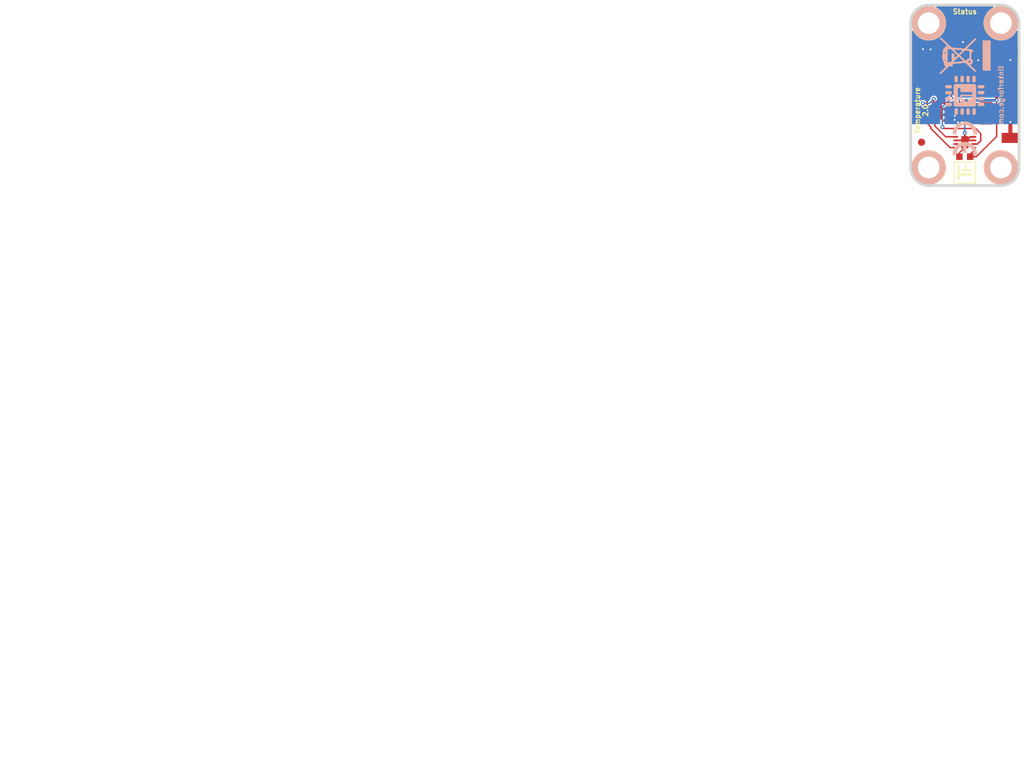
<source format=kicad_pcb>
(kicad_pcb (version 20221018) (generator pcbnew)
  (title_block (title "Temperature Bricklet 2.0") (date "2018-02-15") (rev "1.0") (company "Tinkerforge GmbH") (comment 1 "Licensed under CERN OHL v.1.1") (comment 2 "Copyright (©) 2018, L.Lauer <lukas@tinkerforge.com>"))
  (layers (0 "F.Cu" signal "Vorderseite") (31 "B.Cu" signal "Rückseite") (34 "B.Paste" user) (35 "F.Paste" user) (36 "B.SilkS" user "B.Silkscreen") (37 "F.SilkS" user "F.Silkscreen") (38 "B.Mask" user) (39 "F.Mask" user) (44 "Edge.Cuts" user))
  (net 0 "")
  (net 1 "GND")
  (net 2 "SCL")
  (net 3 "SDA")
  (net 4 "VCC")
  (net 5 "Net-(P1-Pad6)")
  (net 6 "Net-(C3-Pad1)")
  (net 7 "Net-(D1-Pad2)")
  (net 8 "Net-(P1-Pad4)")
  (net 9 "Net-(P1-Pad5)")
  (net 10 "Net-(P2-Pad1)")
  (net 11 "Net-(P3-Pad2)")
  (net 12 "Net-(R1-Pad1)")
  (net 13 "S-MISO")
  (net 14 "S-MOSI")
  (net 15 "S-CLK")
  (net 16 "S-CS")
  (net 17 "RESET")
  (net 18 "Net-(P1-Pad1)")
  (net 19 "Net-(RP2-Pad6)")
  (net 20 "Net-(RP2-Pad7)")
  (net 21 "Net-(U1-Pad2)")
  (net 22 "Net-(U1-Pad3)")
  (net 23 "Net-(U1-Pad5)")
  (net 24 "Net-(U1-Pad6)")
  (net 25 "Net-(U1-Pad8)")
  (net 26 "Net-(U1-Pad11)")
  (net 27 "Net-(U1-Pad12)")
  (net 28 "Net-(U1-Pad13)")
  (net 29 "Net-(U1-Pad14)")
  (net 30 "Net-(U1-Pad16)")
  (net 31 "Net-(U1-Pad18)")
  (net 32 "Net-(U1-Pad21)")
  (net 33 "Net-(U2-Pad3)")
  (footprint "kicad-libraries:DRILL_NP" (layer "F.Cu") (at 142.825 93.125 90)
    (fp_text reference "U6" hide)
    (fp_text value "DRILL" hide)
    (pad "" np_thru_hole circle (at 0 0 90) (size 2.99974 2.99974) (drill 2.99974) (layers "*.Cu" "*.Mask" "F.SilkS") (clearance 0.89916))
  )
  (footprint "kicad-libraries:DRILL_NP" (layer "F.Cu") (at 142.825 113.125)
    (fp_text reference "U5" hide)
    (fp_text value "DRILL" hide)
    (pad "" np_thru_hole circle (at 0 0) (size 2.99974 2.99974) (drill 2.99974) (layers "*.Cu" "*.Mask" "F.SilkS") (clearance 0.89916))
  )
  (footprint "kicad-libraries:DRILL_NP" (layer "F.Cu") (at 152.825 113.125 90)
    (fp_text reference "U4" hide)
    (fp_text value "DRILL" hide)
    (pad "" np_thru_hole circle (at 0 0 90) (size 2.99974 2.99974) (drill 2.99974) (layers "*.Cu" "*.Mask" "F.SilkS") (clearance 0.89916))
  )
  (footprint "kicad-libraries:DRILL_NP" (layer "F.Cu") (at 152.825 93.125)
    (fp_text reference "U3" hide)
    (fp_text value "DRILL" hide)
    (pad "" np_thru_hole circle (at 0 0) (size 2.99974 2.99974) (drill 2.99974) (layers "*.Cu" "*.Mask" "F.SilkS") (clearance 0.89916))
  )
  (footprint "kicad-libraries:Logo_31x31" (layer "F.Cu") (at 146.225 115.425 90)
    (fp_text reference "Ref**" hide)
    (fp_text value "Val**" hide)
  )
  (footprint "kicad-libraries:Fiducial_Mark" (layer "F.Cu") (at 153.825 100.125)
    (fp_text reference "Fiducial_Mark" hide)
    (fp_text value "VAL**" hide)
    (pad "1" smd circle (at 0 0) (size 1.00076 1.00076) (layers "F.Cu" "F.Paste" "F.Mask") (clearance 0.65024))
  )
  (footprint "kicad-libraries:Fiducial_Mark" (layer "F.Cu") (at 141.825 109.625)
    (fp_text reference "Fiducial_Mark" hide)
    (fp_text value "VAL**" hide)
    (pad "1" smd circle (at 0 0) (size 1.00076 1.00076) (layers "F.Cu" "F.Paste" "F.Mask") (clearance 0.65024))
  )
  (footprint "kicad-libraries:C0805" (layer "F.Cu") (at 148.675 105.575 -90)
    (fp_text reference "C4")
    (fp_text value "10uF")
    (pad "1" smd rect (at -1.00076 0 270) (size 1.00076 1.24968) (layers "F.Cu" "F.Paste" "F.Mask") (net 4 "VCC") (clearance 0.14986))
    (pad "2" smd rect (at 1.00076 0 270) (size 1.00076 1.24968) (layers "F.Cu" "F.Paste" "F.Mask") (net 1 "GND") (clearance 0.14986))
  )
  (footprint "kicad-libraries:C0603F" (layer "F.Cu") (at 147.175 105.375 -90)
    (fp_text reference "C5")
    (fp_text value "1uF")
    (pad "1" smd rect (at -0.75 0 270) (size 0.9 0.9) (layers "F.Cu" "F.Paste" "F.Mask") (net 4 "VCC"))
    (pad "2" smd rect (at 0.75 0 270) (size 0.9 0.9) (layers "F.Cu" "F.Paste" "F.Mask") (net 1 "GND"))
  )
  (footprint "kicad-libraries:D0603F" (layer "F.Cu") (at 147.825 92.775)
    (fp_text reference "D1")
    (fp_text value "blue")
    (pad "1" smd rect (at -0.75 0) (size 0.9 0.9) (layers "F.Cu" "F.Paste" "F.Mask") (net 4 "VCC"))
    (pad "2" smd rect (at 0.75 0) (size 0.9 0.9) (layers "F.Cu" "F.Paste" "F.Mask") (net 7 "Net-(D1-Pad2)"))
  )
  (footprint "kicad-libraries:DEBUG_PAD" (layer "F.Cu") (at 141.225 101.625)
    (fp_text reference "P2")
    (fp_text value "DEBUG")
    (pad "1" smd circle (at 0 0) (size 0.7 0.7) (layers "F.Cu" "F.Paste" "F.Mask") (net 10 "Net-(P2-Pad1)"))
  )
  (footprint "kicad-libraries:SolderJumper" (layer "F.Cu") (at 147.575 96.775 -90)
    (fp_text reference "P3")
    (fp_text value "BOOT")
    (pad "1" smd rect (at -0.5 0 270) (size 0.4 1.4) (layers "F.Cu" "F.Mask") (net 1 "GND"))
    (pad "1" smd rect (at -0.225 -0.55 270) (size 0.95 0.3) (layers "F.Cu" "F.Mask") (net 1 "GND"))
    (pad "1" smd rect (at -0.225 0.55 270) (size 0.95 0.3) (layers "F.Cu" "F.Mask") (net 1 "GND"))
    (pad "2" smd rect (at 0.15 0 270) (size 0.6 0.5) (layers "F.Cu" "F.Mask") (net 11 "Net-(P3-Pad2)"))
    (pad "2" smd rect (at 0.55 0 270) (size 0.3 1.4) (layers "F.Cu" "F.Mask") (net 11 "Net-(P3-Pad2)"))
  )
  (footprint "kicad-libraries:R0603F" (layer "F.Cu") (at 146.075 95.525 45)
    (fp_text reference "R1")
    (fp_text value "1k")
    (pad "1" smd rect (at -0.75 0 45) (size 0.9 0.9) (layers "F.Cu" "F.Paste" "F.Mask") (net 12 "Net-(R1-Pad1)"))
    (pad "2" smd rect (at 0.75 0 45) (size 0.9 0.9) (layers "F.Cu" "F.Paste" "F.Mask") (net 7 "Net-(D1-Pad2)"))
  )
  (footprint "kicad-libraries:4X0402" (layer "F.Cu") (at 148.325 101.425 90)
    (fp_text reference "RP1")
    (fp_text value "82")
    (pad "1" smd rect (at -0.7493 0.575 270) (size 0.29972 0.65) (layers "F.Cu" "F.Paste" "F.Mask") (net 8 "Net-(P1-Pad4)"))
    (pad "2" smd rect (at -0.24892 0.575 270) (size 0.29972 0.65) (layers "F.Cu" "F.Paste" "F.Mask") (net 9 "Net-(P1-Pad5)"))
    (pad "3" smd rect (at 0.24892 0.575 270) (size 0.29972 0.65) (layers "F.Cu" "F.Paste" "F.Mask") (net 5 "Net-(P1-Pad6)"))
    (pad "4" smd rect (at 0.7493 0.575 270) (size 0.29972 0.65) (layers "F.Cu" "F.Paste" "F.Mask") (net 6 "Net-(C3-Pad1)"))
    (pad "5" smd rect (at 0.7493 -0.575 90) (size 0.29972 0.65) (layers "F.Cu" "F.Paste" "F.Mask") (net 13 "S-MISO"))
    (pad "6" smd rect (at 0.24892 -0.575 90) (size 0.29972 0.65) (layers "F.Cu" "F.Paste" "F.Mask") (net 14 "S-MOSI"))
    (pad "7" smd rect (at -0.24892 -0.575 90) (size 0.29972 0.65) (layers "F.Cu" "F.Paste" "F.Mask") (net 15 "S-CLK"))
    (pad "8" smd rect (at -0.7493 -0.575 90) (size 0.29972 0.65) (layers "F.Cu" "F.Paste" "F.Mask") (net 16 "S-CS"))
  )
  (footprint "kicad-libraries:QFN24-4x4mm-0.5mm" (layer "F.Cu") (at 144.425 100.225 -135)
    (fp_text reference "U1")
    (fp_text value "XMC1100")
    (pad "1" smd oval (at -2.025 -1.25 225) (size 1 0.3) (layers "F.Cu" "F.Paste" "F.Mask") (net 13 "S-MISO"))
    (pad "2" smd oval (at -2.025 -0.75 225) (size 1 0.3) (layers "F.Cu" "F.Paste" "F.Mask") (net 21 "Net-(U1-Pad2)"))
    (pad "3" smd oval (at -2.025 -0.25 225) (size 1 0.3) (layers "F.Cu" "F.Paste" "F.Mask") (net 22 "Net-(U1-Pad3)"))
    (pad "4" smd oval (at -2.025 0.25 225) (size 1 0.3) (layers "F.Cu" "F.Paste" "F.Mask") (net 11 "Net-(P3-Pad2)"))
    (pad "5" smd oval (at -2.025 0.75 225) (size 1 0.3) (layers "F.Cu" "F.Paste" "F.Mask") (net 23 "Net-(U1-Pad5)"))
    (pad "6" smd oval (at -2.025 1.25 225) (size 1 0.3) (layers "F.Cu" "F.Paste" "F.Mask") (net 24 "Net-(U1-Pad6)"))
    (pad "7" smd oval (at -1.25 2.025 315) (size 1 0.3) (layers "F.Cu" "F.Paste" "F.Mask") (net 12 "Net-(R1-Pad1)"))
    (pad "8" smd oval (at -0.75 2.025 315) (size 1 0.3) (layers "F.Cu" "F.Paste" "F.Mask") (net 25 "Net-(U1-Pad8)"))
    (pad "9" smd oval (at -0.25 2.025 315) (size 1 0.3) (layers "F.Cu" "F.Paste" "F.Mask") (net 1 "GND"))
    (pad "10" smd oval (at 0.25 2.025 315) (size 1 0.3) (layers "F.Cu" "F.Paste" "F.Mask") (net 4 "VCC"))
    (pad "11" smd oval (at 0.75 2.025 315) (size 1 0.3) (layers "F.Cu" "F.Paste" "F.Mask") (net 26 "Net-(U1-Pad11)"))
    (pad "12" smd oval (at 1.25 2.025 315) (size 1 0.3) (layers "F.Cu" "F.Paste" "F.Mask") (net 27 "Net-(U1-Pad12)"))
    (pad "13" smd oval (at 2.025 1.25 225) (size 1 0.3) (layers "F.Cu" "F.Paste" "F.Mask") (net 28 "Net-(U1-Pad13)"))
    (pad "14" smd oval (at 2.025 0.75 225) (size 1 0.3) (layers "F.Cu" "F.Paste" "F.Mask") (net 29 "Net-(U1-Pad14)"))
    (pad "15" smd oval (at 2.025 0.25 225) (size 1 0.3) (layers "F.Cu" "F.Paste" "F.Mask") (net 10 "Net-(P2-Pad1)"))
    (pad "16" smd oval (at 2.025 -0.25 225) (size 1 0.3) (layers "F.Cu" "F.Paste" "F.Mask") (net 30 "Net-(U1-Pad16)"))
    (pad "17" smd oval (at 2.025 -0.75 225) (size 1 0.3) (layers "F.Cu" "F.Paste" "F.Mask") (net 3 "SDA"))
    (pad "18" smd oval (at 2.025 -1.25 225) (size 1 0.3) (layers "F.Cu" "F.Paste" "F.Mask") (net 31 "Net-(U1-Pad18)"))
    (pad "19" smd oval (at 1.25 -2.025 315) (size 1 0.3) (layers "F.Cu" "F.Paste" "F.Mask") (net 2 "SCL"))
    (pad "20" smd oval (at 0.75 -2.025 315) (size 1 0.3) (layers "F.Cu" "F.Paste" "F.Mask") (net 17 "RESET"))
    (pad "21" smd oval (at 0.25 -2.025 315) (size 1 0.3) (layers "F.Cu" "F.Paste" "F.Mask") (net 32 "Net-(U1-Pad21)"))
    (pad "22" smd oval (at -0.25 -2.025 315) (size 1 0.3) (layers "F.Cu" "F.Paste" "F.Mask") (net 16 "S-CS"))
    (pad "23" smd oval (at -0.75 -2.025 315) (size 1 0.3) (layers "F.Cu" "F.Paste" "F.Mask") (net 15 "S-CLK"))
    (pad "24" smd oval (at -1.25 -2.025 315) (size 1 0.3) (layers "F.Cu" "F.Paste" "F.Mask") (net 14 "S-MOSI"))
    (pad "EXP" smd rect (at -0.65 -0.65 225) (size 1.3 1.3) (layers "F.Cu" "F.Paste" "F.Mask") (net 1 "GND"))
    (pad "EXP" smd rect (at -0.65 0.65 225) (size 1.3 1.3) (layers "F.Cu" "F.Paste" "F.Mask") (net 1 "GND"))
    (pad "EXP" smd rect (at 0.65 -0.65 225) (size 1.3 1.3) (layers "F.Cu" "F.Paste" "F.Mask") (net 1 "GND"))
    (pad "EXP" smd rect (at 0.65 0.65 225) (size 1.3 1.3) (layers "F.Cu" "F.Paste" "F.Mask") (net 1 "GND"))
  )
  (footprint "kicad-libraries:C0603F" (layer "F.Cu") (at 142.025 97.825 45)
    (fp_text reference "C1")
    (fp_text value "100nF")
    (pad "1" smd rect (at -0.75 0 45) (size 0.9 0.9) (layers "F.Cu" "F.Paste" "F.Mask") (net 4 "VCC"))
    (pad "2" smd rect (at 0.75 0 45) (size 0.9 0.9) (layers "F.Cu" "F.Paste" "F.Mask") (net 1 "GND"))
  )
  (footprint "kicad-libraries:C0603F" (layer "F.Cu") (at 147.825 111.625)
    (fp_text reference "C2")
    (fp_text value "100nF")
    (pad "1" smd rect (at -0.75 0) (size 0.9 0.9) (layers "F.Cu" "F.Paste" "F.Mask") (net 1 "GND"))
    (pad "2" smd rect (at 0.75 0) (size 0.9 0.9) (layers "F.Cu" "F.Paste" "F.Mask") (net 4 "VCC"))
  )
  (footprint "kicad-libraries:CON-SENSOR2" (layer "F.Cu") (at 155.325 103.125 90)
    (fp_text reference "P1")
    (fp_text value "CON-SENSOR2")
    (pad "1" smd rect (at -3.75 -4.6 90) (size 0.6 1.8) (layers "F.Cu" "F.Paste" "F.Mask") (net 18 "Net-(P1-Pad1)"))
    (pad "2" smd rect (at -2.5 -4.6 90) (size 0.6 1.8) (layers "F.Cu" "F.Paste" "F.Mask") (net 1 "GND"))
    (pad "3" smd rect (at -1.25 -4.6 90) (size 0.6 1.8) (layers "F.Cu" "F.Paste" "F.Mask") (net 4 "VCC"))
    (pad "4" smd rect (at 0 -4.6 90) (size 0.6 1.8) (layers "F.Cu" "F.Paste" "F.Mask") (net 8 "Net-(P1-Pad4)"))
    (pad "5" smd rect (at 1.25 -4.6 90) (size 0.6 1.8) (layers "F.Cu" "F.Paste" "F.Mask") (net 9 "Net-(P1-Pad5)"))
    (pad "6" smd rect (at 2.5 -4.6 90) (size 0.6 1.8) (layers "F.Cu" "F.Paste" "F.Mask") (net 5 "Net-(P1-Pad6)"))
    (pad "7" smd rect (at 3.75 -4.6 90) (size 0.6 1.8) (layers "F.Cu" "F.Paste" "F.Mask") (net 6 "Net-(C3-Pad1)"))
    (pad "EP" smd rect (at -5.9 -1.2 90) (size 1.4 2.4) (layers "F.Cu" "F.Paste" "F.Mask") (net 1 "GND"))
    (pad "EP" smd rect (at 5.9 -1.2 90) (size 1.4 2.4) (layers "F.Cu" "F.Paste" "F.Mask") (net 1 "GND"))
  )
  (footprint "kicad-libraries:4X0603" (layer "F.Cu") (at 144.525 105.425 -90)
    (fp_text reference "RP2")
    (fp_text value "2k2")
    (pad "1" smd rect (at -1.19888 -0.8509 270) (size 0.44958 0.89916) (layers "F.Cu" "F.Paste" "F.Mask") (net 4 "VCC"))
    (pad "2" smd rect (at -0.39878 -0.8509 270) (size 0.44958 0.89916) (layers "F.Cu" "F.Paste" "F.Mask") (net 4 "VCC"))
    (pad "3" smd rect (at 0.39878 -0.8509 270) (size 0.44958 0.89916) (layers "F.Cu" "F.Paste" "F.Mask") (net 4 "VCC"))
    (pad "4" smd rect (at 1.19888 -0.8509 270) (size 0.44958 0.89916) (layers "F.Cu" "F.Paste" "F.Mask") (net 4 "VCC"))
    (pad "5" smd rect (at 1.19888 0.8509 270) (size 0.44958 0.89916) (layers "F.Cu" "F.Paste" "F.Mask") (net 3 "SDA"))
    (pad "6" smd rect (at 0.39878 0.8509 270) (size 0.44958 0.89916) (layers "F.Cu" "F.Paste" "F.Mask") (net 19 "Net-(RP2-Pad6)"))
    (pad "7" smd rect (at -0.39878 0.8509 270) (size 0.44958 0.89916) (layers "F.Cu" "F.Paste" "F.Mask") (net 20 "Net-(RP2-Pad7)"))
    (pad "8" smd rect (at -1.19888 0.8509 270) (size 0.44958 0.89916) (layers "F.Cu" "F.Paste" "F.Mask") (net 2 "SCL"))
  )
  (footprint "kicad-libraries:C0402F" (layer "F.Cu") (at 148.925 98.925 90)
    (fp_text reference "C3")
    (fp_text value "220pF")
    (pad "1" smd rect (at -0.5 0 90) (size 0.6 0.7) (layers "F.Cu" "F.Paste" "F.Mask") (net 6 "Net-(C3-Pad1)"))
    (pad "2" smd rect (at 0.5 0 90) (size 0.6 0.7) (layers "F.Cu" "F.Paste" "F.Mask") (net 1 "GND"))
  )
  (footprint "kicad-libraries:SHT3x-DIS" (layer "F.Cu") (at 147.825 109.625)
    (fp_text reference "U2")
    (fp_text value "STS3x-DIS")
    (pad "1" smd rect (at -1.25 -0.75) (size 0.65 0.25) (layers "F.Cu" "F.Paste" "F.Mask") (net 3 "SDA"))
    (pad "2" smd rect (at -1.25 -0.25) (size 0.65 0.25) (layers "F.Cu" "F.Paste" "F.Mask") (net 1 "GND"))
    (pad "3" smd rect (at -1.25 0.25) (size 0.65 0.25) (layers "F.Cu" "F.Paste" "F.Mask") (net 33 "Net-(U2-Pad3)"))
    (pad "4" smd rect (at -1.25 0.75) (size 0.65 0.25) (layers "F.Cu" "F.Paste" "F.Mask") (net 2 "SCL"))
    (pad "5" smd rect (at 1.25 0.75) (size 0.65 0.25) (layers "F.Cu" "F.Paste" "F.Mask") (net 4 "VCC"))
    (pad "6" smd rect (at 1.25 0.25) (size 0.65 0.25) (layers "F.Cu" "F.Paste" "F.Mask") (net 17 "RESET"))
    (pad "7" smd rect (at 1.25 -0.25) (size 0.65 0.25) (layers "F.Cu" "F.Paste" "F.Mask") (net 1 "GND"))
    (pad "8" smd rect (at 1.25 -0.75) (size 0.65 0.25) (layers "F.Cu" "F.Paste" "F.Mask") (net 1 "GND"))
    (pad "EP" smd rect (at 0 0) (size 1 1.7) (layers "F.Cu" "F.Paste" "F.Mask") (net 1 "GND"))
  )
  (footprint "kicad-libraries:WEEE_7mm" (layer "B.Cu") (at 147.825 97.625 -90)
    (fp_text reference "VAL" hide)
    (fp_text value "WEEE_7mm" hide)
  )
  (footprint "kicad-libraries:CE_5mm" (layer "B.Cu") (at 147.825 109.125 -90)
    (fp_text reference "VAL" hide)
    (fp_text value "CE_5mm" hide)
  )
  (footprint "kicad-libraries:Logo_CoMCU" (layer "B.Cu") (at 147.825 103.125 -90)
    (fp_text reference "G***" hide)
    (fp_text value "LOGO" hide)
  )
  (gr_arc (start 152.825 90.625) (mid 154.592767 91.357233) (end 155.325 93.125) (stroke (width 0.381)) (layer "Edge.Cuts"))
  (gr_arc (start 140.325 93.125) (mid 141.057233 91.357233) (end 142.825 90.625) (stroke (width 0.381)) (layer "Edge.Cuts"))
  (gr_line (start 140.325 113.125) (end 140.325 93.125) (stroke (width 0.381)) (layer "Edge.Cuts"))
  (gr_line (start 152.825 115.625) (end 142.825 115.625) (stroke (width 0.381)) (layer "Edge.Cuts"))
  (gr_line (start 142.825 90.625) (end 152.825 90.625) (stroke (width 0.381)) (layer "Edge.Cuts"))
  (gr_line (start 155.325 93.125) (end 155.325 113.125) (stroke (width 0.381)) (layer "Edge.Cuts"))
  (gr_arc (start 155.325 113.125) (mid 154.592767 114.892767) (end 152.825 115.625) (stroke (width 0.381)) (layer "Edge.Cuts"))
  (gr_arc (start 142.825 115.625) (mid 141.057233 114.892767) (end 140.325 113.125) (stroke (width 0.381)) (layer "Edge.Cuts"))
  (gr_text "tinkerforge.com" (at 152.825 103.125 90) (layer "B.SilkS") (effects (font (size 0.7 0.7) (thickness 0.14986)) (justify mirror)))
  (gr_text "Temperature\n2.0" (at 141.825 105.225 90) (layer "F.SilkS") (effects (font (size 0.7 0.7) (thickness 0.14986))))
  (gr_text "Status" (at 147.825 91.525) (layer "F.SilkS") (effects (font (size 0.7 0.7))))
  (segment (start 143.166332 98.616332) (end 142.875 98.325) (width 0.2) (layer "F.Cu") (net 1))
  (segment (start 142.875 98.325) (end 142.875 97.61434) (width 0.2) (layer "F.Cu") (net 1))
  (segment (start 142.875 97.61434) (end 142.55533 97.29467) (width 0.2) (layer "F.Cu") (net 1))
  (segment (start 142.55533 97.25533) (end 142.025 96.725) (width 0.55) (layer "F.Cu") (net 1))
  (segment (start 149.725 105.625) (end 148.77424 106.57576) (width 0.4) (layer "F.Cu") (net 1))
  (segment (start 148.77424 106.57576) (end 148.675 106.57576) (width 0.4) (layer "F.Cu") (net 1))
  (segment (start 148.22576 106.57576) (end 147.775 106.125) (width 0.4) (layer "F.Cu") (net 1))
  (segment (start 147.775 106.125) (end 147.175 106.125) (width 0.4) (layer "F.Cu") (net 1))
  (segment (start 147.175 106.625) (end 147.425 106.875) (width 0.55) (layer "F.Cu") (net 1))
  (segment (start 146.875 106.875) (end 147.175 106.575) (width 0.55) (layer "F.Cu") (net 1))
  (segment (start 146.825 106.125) (end 146.425 106.525) (width 0.55) (layer "F.Cu") (net 1))
  (segment (start 146.575 106.125) (end 146.425 105.975) (width 0.55) (layer "F.Cu") (net 1))
  (segment (start 146.525 106.525) (end 146.875 106.875) (width 0.55) (layer "F.Cu") (net 1))
  (segment (start 147.025 105.975) (end 147.175 106.125) (width 0.55) (layer "F.Cu") (net 1))
  (segment (start 143.169885 98.619885) (end 143.855761 99.305761) (width 0.2) (layer "F.Cu") (net 1))
  (segment (start 143.855761 99.305761) (end 144.425 99.305761) (width 0.2) (layer "F.Cu") (net 1))
  (segment (start 147.025 96.365) (end 147.125 96.265) (width 0.2) (layer "F.Cu") (net 1))
  (segment (start 147.125 96.265) (end 147.565 96.265) (width 0.2) (layer "F.Cu") (net 1))
  (segment (start 147.565 96.265) (end 147.575 96.275) (width 0.2) (layer "F.Cu") (net 1))
  (segment (start 148.005 96.275) (end 148.125 96.395) (width 0.2) (layer "F.Cu") (net 1))
  (segment (start 148.125 96.395) (end 148.125 96.555) (width 0.2) (layer "F.Cu") (net 1))
  (segment (start 148.125 96.555) (end 148.125 96.55) (width 0.2) (layer "F.Cu") (net 1))
  (segment (start 147.575 109.375) (end 147.825 109.625) (width 0.25) (layer "F.Cu") (net 1))
  (segment (start 148.075 109.375) (end 147.825 109.625) (width 0.25) (layer "F.Cu") (net 1))
  (segment (start 148.575 108.875) (end 147.825 109.625) (width 0.25) (layer "F.Cu") (net 1))
  (segment (start 147.825 110.325) (end 147.075 111.075) (width 0.2) (layer "F.Cu") (net 1))
  (segment (start 147.075 111.075) (end 147.075 111.625) (width 0.2) (layer "F.Cu") (net 1))
  (segment (start 149.075 108.875) (end 148.575 108.875) (width 0.25) (layer "F.Cu") (net 1))
  (segment (start 149.075 109.375) (end 148.075 109.375) (width 0.25) (layer "F.Cu") (net 1))
  (segment (start 146.575 109.375) (end 147.575 109.375) (width 0.25) (layer "F.Cu") (net 1))
  (segment (start 147.575 96.275) (end 147.575 95.745) (width 0.3) (layer "F.Cu") (net 1))
  (segment (start 142.55533 97.29467) (end 143.075 96.775) (width 0.55) (layer "F.Cu") (net 1))
  (segment (start 146.875 106.875) (end 147.425 106.875) (width 0.55) (layer "F.Cu") (net 1))
  (segment (start 154.125 97.225) (end 154.125 98.225) (width 0.55) (layer "F.Cu") (net 1))
  (segment (start 144.425 99.305761) (end 143.505761 100.225) (width 0.55) (layer "F.Cu") (net 1))
  (segment (start 147.175 106.625) (end 147.175 106.125) (width 0.55) (layer "F.Cu") (net 1))
  (segment (start 147.175 106.125) (end 147.175 106.575) (width 0.55) (layer "F.Cu") (net 1))
  (segment (start 154.125 109.025) (end 154.125 106.825) (width 0.55) (layer "F.Cu") (net 1))
  (segment (start 150.725 105.625) (end 149.725 105.625) (width 0.4) (layer "F.Cu") (net 1))
  (segment (start 146.575 106.125) (end 147.175 106.125) (width 0.55) (layer "F.Cu") (net 1))
  (segment (start 144.425 101.144239) (end 143.505761 100.225) (width 0.55) (layer "F.Cu") (net 1))
  (segment (start 146.425 105.975) (end 146.425 106.525) (width 0.55) (layer "F.Cu") (net 1))
  (segment (start 144.425 101.144239) (end 145.344239 100.225) (width 0.55) (layer "F.Cu") (net 1))
  (segment (start 146.425 106.525) (end 146.525 106.525) (width 0.55) (layer "F.Cu") (net 1))
  (segment (start 147.825 109.625) (end 147.825 110.325) (width 0.2) (layer "F.Cu") (net 1))
  (segment (start 147.025 96.55) (end 147.025 96.365) (width 0.2) (layer "F.Cu") (net 1))
  (segment (start 148.675 106.57576) (end 148.22576 106.57576) (width 0.4) (layer "F.Cu") (net 1))
  (segment (start 147.825 109.625) (end 147.825 108.325) (width 0.25) (layer "F.Cu") (net 1))
  (segment (start 142.55533 97.29467) (end 142.55533 97.25533) (width 0.55) (layer "F.Cu") (net 1))
  (segment (start 148.925 98.275) (end 149.675 98.275) (width 0.55) (layer "F.Cu") (net 1))
  (segment (start 143.169885 98.616332) (end 143.169885 98.619885) (width 0.2) (layer "F.Cu") (net 1))
  (segment (start 144.425 99.305761) (end 145.344239 100.225) (width 0.55) (layer "F.Cu") (net 1))
  (segment (start 147.575 96.275) (end 148.005 96.275) (width 0.2) (layer "F.Cu") (net 1))
  (segment (start 143.169885 98.616332) (end 143.166332 98.616332) (width 0.2) (layer "F.Cu") (net 1))
  (segment (start 146.425 105.975) (end 147.025 105.975) (width 0.55) (layer "F.Cu") (net 1))
  (via (at 147.425 106.875) (size 0.55) (drill 0.25) (layers "F.Cu" "B.Cu") (net 1))
  (via (at 149.675 98.275) (size 0.55) (drill 0.25) (layers "F.Cu" "B.Cu") (net 1))
  (via (at 146.425 105.975) (size 0.55) (drill 0.25) (layers "F.Cu" "B.Cu") (net 1))
  (via (at 142.025 96.725) (size 0.55) (drill 0.25) (layers "F.Cu" "B.Cu") (net 1))
  (via (at 143.075 96.775) (size 0.55) (drill 0.25) (layers "F.Cu" "B.Cu") (net 1))
  (via (at 154.125 106.825) (size 0.55) (drill 0.25) (layers "F.Cu" "B.Cu") (net 1))
  (via (at 147.575 95.745) (size 0.55) (drill 0.25) (layers "F.Cu" "B.Cu") (net 1))
  (via (at 147.825 108.325) (size 0.55) (drill 0.25) (layers "F.Cu" "B.Cu") (net 1))
  (via (at 154.125 98.225) (size 0.55) (drill 0.25) (layers "F.Cu" "B.Cu") (net 1))
  (via (at 146.425 106.525) (size 0.55) (drill 0.25) (layers "F.Cu" "B.Cu") (net 1))
  (via (at 146.875 106.875) (size 0.55) (drill 0.25) (layers "F.Cu" "B.Cu") (net 1))
  (segment (start 147.825 107.275) (end 147.425 106.875) (width 0.2) (layer "B.Cu") (net 1))
  (segment (start 147.825 108.325) (end 147.825 107.275) (width 0.2) (layer "B.Cu") (net 1))
  (segment (start 145.425 102.992767) (end 145.425 103.325) (width 0.2) (layer "F.Cu") (net 2))
  (segment (start 145.425 103.325) (end 145.125 103.625) (width 0.2) (layer "F.Cu") (net 2))
  (segment (start 145.125 103.625) (end 144.225 103.625) (width 0.2) (layer "F.Cu") (net 2))
  (segment (start 144.225 103.625) (end 143.6741 104.1759) (width 0.2) (layer "F.Cu") (net 2))
  (segment (start 143.6741 104.1759) (end 143.6741 104.22612) (width 0.2) (layer "F.Cu") (net 2))
  (segment (start 145.775 110.375) (end 143.125 107.725) (width 0.2) (layer "F.Cu") (net 2))
  (segment (start 143.125 107.725) (end 143.125 107.525) (width 0.2) (layer "F.Cu") (net 2))
  (segment (start 143.125 107.525) (end 142.025 106.425) (width 0.2) (layer "F.Cu") (net 2))
  (segment (start 142.025 106.425) (end 142.025 104.225) (width 0.2) (layer "F.Cu") (net 2))
  (segment (start 143.525 103.625) (end 143.525 104.07702) (width 0.2) (layer "F.Cu") (net 2))
  (segment (start 143.525 104.07702) (end 143.6741 104.22612) (width 0.2) (layer "F.Cu") (net 2))
  (segment (start 146.575 110.375) (end 145.775 110.375) (width 0.2) (layer "F.Cu") (net 2))
  (segment (start 144.973008 102.540775) (end 145.425 102.992767) (width 0.2) (layer "F.Cu") (net 2))
  (via (at 142.025 104.225) (size 0.55) (drill 0.25) (layers "F.Cu" "B.Cu") (net 2))
  (via (at 143.525 103.625) (size 0.55) (drill 0.25) (layers "F.Cu" "B.Cu") (net 2))
  (segment (start 142.025 104.225) (end 142.925 104.225) (width 0.2) (layer "B.Cu") (net 2))
  (segment (start 142.925 104.225) (end 143.525 103.625) (width 0.2) (layer "B.Cu") (net 2))
  (segment (start 145.175 108.875) (end 143.6741 107.3741) (width 0.2) (layer "F.Cu") (net 3))
  (segment (start 143.6741 107.3741) (end 143.6741 106.62388) (width 0.2) (layer "F.Cu") (net 3))
  (segment (start 143.02388 106.62388) (end 142.625 106.225) (width 0.2) (layer "F.Cu") (net 3))
  (segment (start 142.625 106.225) (end 142.625 103.08566) (width 0.2) (layer "F.Cu") (net 3))
  (segment (start 142.625 103.08566) (end 143.523439 102.187221) (width 0.2) (layer "F.Cu") (net 3))
  (segment (start 146.575 108.875) (end 145.175 108.875) (width 0.2) (layer "F.Cu") (net 3))
  (segment (start 143.6741 106.62388) (end 143.02388 106.62388) (width 0.2) (layer "F.Cu") (net 3))
  (segment (start 142.816332 98.966332) (end 142.425 98.575) (width 0.2) (layer "F.Cu") (net 4))
  (segment (start 142.425 98.575) (end 141.71434 98.575) (width 0.2) (layer "F.Cu") (net 4))
  (segment (start 141.71434 98.575) (end 141.49467 98.35533) (width 0.2) (layer "F.Cu") (net 4))
  (segment (start 147.075 93.125) (end 144.225 95.975) (width 0.3) (layer "F.Cu") (net 4))
  (segment (start 144.225 95.975) (end 141.525 95.975) (width 0.3) (layer "F.Cu") (net 4))
  (segment (start 141.525 95.975) (end 140.975 96.525) (width 0.3) (layer "F.Cu") (net 4))
  (segment (start 140.975 96.525) (end 140.975 97.83566) (width 0.3) (layer "F.Cu") (net 4))
  (segment (start 140.975 97.83566) (end 141.49467 98.35533) (width 0.3) (layer "F.Cu") (net 4))
  (segment (start 148.87424 104.375) (end 148.675 104.57424) (width 0.4) (layer "F.Cu") (net 4))
  (segment (start 147.22576 104.57424) (end 147.175 104.625) (width 0.4) (layer "F.Cu") (net 4))
  (segment (start 144.82388 106.62388) (end 144.525 106.325) (width 0.2) (layer "F.Cu") (net 4))
  (segment (start 144.525 106.325) (end 144.525 106.125) (width 0.2) (layer "F.Cu") (net 4))
  (segment (start 144.525 104.425) (end 144.72388 104.22612) (width 0.2) (layer "F.Cu") (net 4))
  (segment (start 144.72388 104.22612) (end 145.3759 104.22612) (width 0.2) (layer "F.Cu") (net 4))
  (segment (start 146.22612 104.22612) (end 146.625 104.625) (width 0.2) (layer "F.Cu") (net 4))
  (segment (start 146.625 104.625) (end 147.175 104.625) (width 0.2) (layer "F.Cu") (net 4))
  (segment (start 144.82622 105.02622) (end 144.525 104.725) (width 0.2) (layer "F.Cu") (net 4))
  (segment (start 144.525 104.725) (end 144.525 104.425) (width 0.2) (layer "F.Cu") (net 4))
  (segment (start 144.82622 105.82378) (end 144.525 106.125) (width 0.2) (layer "F.Cu") (net 4))
  (segment (start 144.525 106.125) (end 144.525 104.725) (width 0.2) (layer "F.Cu") (net 4))
  (segment (start 149.075 110.775) (end 148.575 111.275) (width 0.2) (layer "F.Cu") (net 4))
  (segment (start 148.575 111.275) (end 148.575 111.625) (width 0.2) (layer "F.Cu") (net 4))
  (segment (start 147.175 103.875) (end 147.225 103.825) (width 0.4) (layer "F.Cu") (net 4))
  (segment (start 152.225 103.825) (end 152.225 108.825) (width 0.2) (layer "F.Cu") (net 4))
  (segment (start 152.225 108.825) (end 149.425 111.625) (width 0.2) (layer "F.Cu") (net 4))
  (segment (start 149.425 111.625) (end 148.575 111.625) (width 0.2) (layer "F.Cu") (net 4))
  (segment (start 147.075 92.175) (end 147.325 91.925) (width 0.4) (layer "F.Cu") (net 4))
  (segment (start 147.325 91.925) (end 149.225 91.925) (width 0.4) (layer "F.Cu") (net 4))
  (segment (start 149.225 91.925) (end 149.725 92.425) (width 0.4) (layer "F.Cu") (net 4))
  (segment (start 149.725 92.425) (end 149.725 94.725) (width 0.4) (layer "F.Cu") (net 4))
  (segment (start 149.725 94.725) (end 152.225 97.225) (width 0.4) (layer "F.Cu") (net 4))
  (segment (start 145.3759 104.22612) (end 146.22612 104.22612) (width 0.2) (layer "F.Cu") (net 4))
  (segment (start 149.075 110.375) (end 149.075 110.775) (width 0.2) (layer "F.Cu") (net 4))
  (segment (start 145.3759 105.82378) (end 144.82622 105.82378) (width 0.2) (layer "F.Cu") (net 4))
  (segment (start 152.225 103.825) (end 152.225 97.225) (width 0.4) (layer "F.Cu") (net 4))
  (segment (start 148.675 104.57424) (end 147.22576 104.57424) (width 0.4) (layer "F.Cu") (net 4))
  (segment (start 147.175 104.625) (end 147.175 103.875) (width 0.4) (layer "F.Cu") (net 4))
  (segment (start 150.725 104.375) (end 148.87424 104.375) (width 0.4) (layer "F.Cu") (net 4))
  (segment (start 145.3759 105.02622) (end 144.82622 105.02622) (width 0.2) (layer "F.Cu") (net 4))
  (segment (start 147.075 92.775) (end 147.075 92.175) (width 0.4) (layer "F.Cu") (net 4))
  (segment (start 147.075 92.775) (end 147.075 93.125) (width 0.3) (layer "F.Cu") (net 4))
  (segment (start 145.3759 106.62388) (end 144.82388 106.62388) (width 0.2) (layer "F.Cu") (net 4))
  (segment (start 142.816332 98.969885) (end 142.816332 98.966332) (width 0.2) (layer "F.Cu") (net 4))
  (via (at 152.225 103.825) (size 0.55) (drill 0.25) (layers "F.Cu" "B.Cu") (net 4))
  (via (at 147.225 103.825) (size 0.55) (drill 0.25) (layers "F.Cu" "B.Cu") (net 4))
  (segment (start 147.225 103.825) (end 152.225 103.825) (width 0.4) (layer "B.Cu") (net 4))
  (segment (start 149.27392 101.17608) (end 149.825 100.625) (width 0.2) (layer "F.Cu") (net 5))
  (segment (start 149.825 100.625) (end 150.725 100.625) (width 0.2) (layer "F.Cu") (net 5))
  (segment (start 148.9 101.17608) (end 149.27392 101.17608) (width 0.2) (layer "F.Cu") (net 5))
  (segment (start 150.725 100.625) (end 149.875 100.625) (width 0.2) (layer "F.Cu") (net 5))
  (segment (start 149.125 99.375) (end 148.925 99.575) (width 0.2) (layer "F.Cu") (net 6))
  (segment (start 148.925 100.6507) (end 148.9 100.6757) (width 0.2) (layer "F.Cu") (net 6))
  (segment (start 150.725 99.375) (end 149.125 99.375) (width 0.2) (layer "F.Cu") (net 6))
  (segment (start 148.925 99.575) (end 148.925 100.6507) (width 0.2) (layer "F.Cu") (net 6))
  (segment (start 147.875 93.725) (end 148.275 93.325) (width 0.2) (layer "F.Cu") (net 7))
  (segment (start 148.275 93.325) (end 148.275 93.075) (width 0.2) (layer "F.Cu") (net 7))
  (segment (start 148.275 93.075) (end 148.575 92.775) (width 0.2) (layer "F.Cu") (net 7))
  (segment (start 146.60533 94.99467) (end 147.875 93.725) (width 0.2) (layer "F.Cu") (net 7))
  (segment (start 149.875 103.125) (end 149.525 102.775) (width 0.2) (layer "F.Cu") (net 8))
  (segment (start 149.525 102.775) (end 149.525 102.375) (width 0.2) (layer "F.Cu") (net 8))
  (segment (start 149.525 102.375) (end 149.3243 102.1743) (width 0.2) (layer "F.Cu") (net 8))
  (segment (start 149.3243 102.1743) (end 148.9 102.1743) (width 0.2) (layer "F.Cu") (net 8))
  (segment (start 150.725 103.125) (end 149.875 103.125) (width 0.2) (layer "F.Cu") (net 8))
  (segment (start 149.725 101.875) (end 149.52392 101.67392) (width 0.2) (layer "F.Cu") (net 9))
  (segment (start 149.52392 101.67392) (end 148.9 101.67392) (width 0.2) (layer "F.Cu") (net 9))
  (segment (start 150.725 101.875) (end 149.725 101.875) (width 0.2) (layer "F.Cu") (net 9))
  (segment (start 141.625 102.025) (end 141.225 101.625) (width 0.2) (layer "F.Cu") (net 10))
  (segment (start 142.271447 102.025) (end 141.625 102.025) (width 0.2) (layer "F.Cu") (net 10))
  (segment (start 142.816332 101.480115) (end 142.271447 102.025) (width 0.2) (layer "F.Cu") (net 10))
  (segment (start 147.075 98.125) (end 147.575 97.625) (width 0.2) (layer "F.Cu") (net 11))
  (segment (start 147.575 97.625) (end 147.575 96.925) (width 0.2) (layer "F.Cu") (net 11))
  (segment (start 146.171447 98.125) (end 147.075 98.125) (width 0.2) (layer "F.Cu") (net 11))
  (segment (start 145.680115 98.616332) (end 146.171447 98.125) (width 0.2) (layer "F.Cu") (net 11))
  (segment (start 147.575 97.325) (end 147.575 96.925) (width 0.2) (layer "F.Cu") (net 11))
  (segment (start 145.680115 98.616332) (end 145.683668 98.616332) (width 0.2) (layer "F.Cu") (net 11))
  (segment (start 143.859225 97.909225) (end 143.475 97.525) (width 0.2) (layer "F.Cu") (net 12))
  (segment (start 143.475 97.525) (end 143.475 97.275) (width 0.2) (layer "F.Cu") (net 12))
  (segment (start 143.475 97.275) (end 143.725 97.025) (width 0.2) (layer "F.Cu") (net 12))
  (segment (start 143.725 97.025) (end 144.575 97.025) (width 0.2) (layer "F.Cu") (net 12))
  (segment (start 144.575 97.025) (end 145.54467 96.05533) (width 0.2) (layer "F.Cu") (net 12))
  (segment (start 143.876992 97.909225) (end 143.859225 97.909225) (width 0.2) (layer "F.Cu") (net 12))
  (segment (start 147.739483 100.6757) (end 146.740775 99.676992) (width 0.2) (layer "F.Cu") (net 13))
  (segment (start 147.75 100.6757) (end 147.739483 100.6757) (width 0.2) (layer "F.Cu") (net 13))
  (segment (start 147.143847 101.17608) (end 146.740775 100.773008) (width 0.2) (layer "F.Cu") (net 14))
  (segment (start 147.75 101.17608) (end 147.143847 101.17608) (width 0.2) (layer "F.Cu") (net 14))
  (segment (start 146.387221 101.137221) (end 146.92392 101.67392) (width 0.2) (layer "F.Cu") (net 15))
  (segment (start 146.92392 101.67392) (end 147.75 101.67392) (width 0.2) (layer "F.Cu") (net 15))
  (segment (start 146.387221 101.126561) (end 146.387221 101.137221) (width 0.2) (layer "F.Cu") (net 15))
  (segment (start 146.727853 102.1743) (end 146.033668 101.480115) (width 0.2) (layer "F.Cu") (net 16))
  (segment (start 147.75 102.1743) (end 146.727853 102.1743) (width 0.2) (layer "F.Cu") (net 16))
  (segment (start 149.575 109.875) (end 150.025 109.425) (width 0.2) (layer "F.Cu") (net 17))
  (segment (start 150.025 109.425) (end 150.025 108.425) (width 0.2) (layer "F.Cu") (net 17))
  (segment (start 150.025 108.425) (end 149.325 107.725) (width 0.2) (layer "F.Cu") (net 17))
  (segment (start 149.325 107.725) (end 144.925 107.725) (width 0.2) (layer "F.Cu") (net 17))
  (segment (start 144.925 107.725) (end 144.725 107.525) (width 0.2) (layer "F.Cu") (net 17))
  (segment (start 145.925 103.525) (end 145.925 102.78566) (width 0.2) (layer "F.Cu") (net 17))
  (segment (start 145.925 102.78566) (end 145.326561 102.187221) (width 0.2) (layer "F.Cu") (net 17))
  (segment (start 149.075 109.875) (end 149.575 109.875) (width 0.2) (layer "F.Cu") (net 17))
  (via (at 144.725 107.525) (size 0.55) (drill 0.25) (layers "F.Cu" "B.Cu") (net 17))
  (via (at 145.925 103.525) (size 0.55) (drill 0.25) (layers "F.Cu" "B.Cu") (net 17))
  (segment (start 144.725 107.525) (end 144.725 104.725) (width 0.2) (layer "B.Cu") (net 17))
  (segment (start 144.725 104.725) (end 145.925 103.525) (width 0.2) (layer "B.Cu") (net 17))
  (zone (net 1) (net_name "GND") (layer "B.Cu") (connect_pads yes (clearance 0.1778)) (min_thickness 0.1778) (fill yes (thermal_gap 0.381) (thermal_bridge_width 0.381))
    (polygon (pts (xy 155.325 107.125) (xy 140.325 107.125) (xy 140.325 90.625) (xy 155.325 90.625)))
  )
)
</source>
